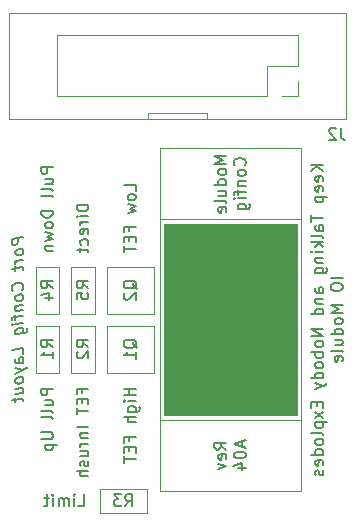
<source format=gbo>
%TF.GenerationSoftware,KiCad,Pcbnew,(5.1.9)-1*%
%TF.CreationDate,2021-08-13T19:59:19+01:00*%
%TF.ProjectId,PullUpDown,50756c6c-5570-4446-9f77-6e2e6b696361,rev?*%
%TF.SameCoordinates,Original*%
%TF.FileFunction,Legend,Bot*%
%TF.FilePolarity,Positive*%
%FSLAX46Y46*%
G04 Gerber Fmt 4.6, Leading zero omitted, Abs format (unit mm)*
G04 Created by KiCad (PCBNEW (5.1.9)-1) date 2021-08-13 19:59:19*
%MOMM*%
%LPD*%
G01*
G04 APERTURE LIST*
%ADD10C,0.150000*%
%ADD11C,0.120000*%
%ADD12C,0.100000*%
%ADD13C,3.200000*%
%ADD14R,1.700000X1.700000*%
%ADD15O,1.700000X1.700000*%
G04 APERTURE END LIST*
D10*
X47327380Y-33880952D02*
X46327380Y-33880952D01*
X47327380Y-34452380D02*
X46755952Y-34023809D01*
X46327380Y-34452380D02*
X46898809Y-33880952D01*
X47279761Y-35261904D02*
X47327380Y-35166666D01*
X47327380Y-34976190D01*
X47279761Y-34880952D01*
X47184523Y-34833333D01*
X46803571Y-34833333D01*
X46708333Y-34880952D01*
X46660714Y-34976190D01*
X46660714Y-35166666D01*
X46708333Y-35261904D01*
X46803571Y-35309523D01*
X46898809Y-35309523D01*
X46994047Y-34833333D01*
X47279761Y-36119047D02*
X47327380Y-36023809D01*
X47327380Y-35833333D01*
X47279761Y-35738095D01*
X47184523Y-35690476D01*
X46803571Y-35690476D01*
X46708333Y-35738095D01*
X46660714Y-35833333D01*
X46660714Y-36023809D01*
X46708333Y-36119047D01*
X46803571Y-36166666D01*
X46898809Y-36166666D01*
X46994047Y-35690476D01*
X46660714Y-36595238D02*
X47660714Y-36595238D01*
X46708333Y-36595238D02*
X46660714Y-36690476D01*
X46660714Y-36880952D01*
X46708333Y-36976190D01*
X46755952Y-37023809D01*
X46851190Y-37071428D01*
X47136904Y-37071428D01*
X47232142Y-37023809D01*
X47279761Y-36976190D01*
X47327380Y-36880952D01*
X47327380Y-36690476D01*
X47279761Y-36595238D01*
X46327380Y-38119047D02*
X46327380Y-38690476D01*
X47327380Y-38404761D02*
X46327380Y-38404761D01*
X47327380Y-39452380D02*
X46803571Y-39452380D01*
X46708333Y-39404761D01*
X46660714Y-39309523D01*
X46660714Y-39119047D01*
X46708333Y-39023809D01*
X47279761Y-39452380D02*
X47327380Y-39357142D01*
X47327380Y-39119047D01*
X47279761Y-39023809D01*
X47184523Y-38976190D01*
X47089285Y-38976190D01*
X46994047Y-39023809D01*
X46946428Y-39119047D01*
X46946428Y-39357142D01*
X46898809Y-39452380D01*
X47327380Y-40071428D02*
X47279761Y-39976190D01*
X47184523Y-39928571D01*
X46327380Y-39928571D01*
X47327380Y-40452380D02*
X46327380Y-40452380D01*
X46946428Y-40547619D02*
X47327380Y-40833333D01*
X46660714Y-40833333D02*
X47041666Y-40452380D01*
X47327380Y-41261904D02*
X46660714Y-41261904D01*
X46327380Y-41261904D02*
X46375000Y-41214285D01*
X46422619Y-41261904D01*
X46375000Y-41309523D01*
X46327380Y-41261904D01*
X46422619Y-41261904D01*
X46660714Y-41738095D02*
X47327380Y-41738095D01*
X46755952Y-41738095D02*
X46708333Y-41785714D01*
X46660714Y-41880952D01*
X46660714Y-42023809D01*
X46708333Y-42119047D01*
X46803571Y-42166666D01*
X47327380Y-42166666D01*
X46660714Y-43071428D02*
X47470238Y-43071428D01*
X47565476Y-43023809D01*
X47613095Y-42976190D01*
X47660714Y-42880952D01*
X47660714Y-42738095D01*
X47613095Y-42642857D01*
X47279761Y-43071428D02*
X47327380Y-42976190D01*
X47327380Y-42785714D01*
X47279761Y-42690476D01*
X47232142Y-42642857D01*
X47136904Y-42595238D01*
X46851190Y-42595238D01*
X46755952Y-42642857D01*
X46708333Y-42690476D01*
X46660714Y-42785714D01*
X46660714Y-42976190D01*
X46708333Y-43071428D01*
X47327380Y-44738095D02*
X46803571Y-44738095D01*
X46708333Y-44690476D01*
X46660714Y-44595238D01*
X46660714Y-44404761D01*
X46708333Y-44309523D01*
X47279761Y-44738095D02*
X47327380Y-44642857D01*
X47327380Y-44404761D01*
X47279761Y-44309523D01*
X47184523Y-44261904D01*
X47089285Y-44261904D01*
X46994047Y-44309523D01*
X46946428Y-44404761D01*
X46946428Y-44642857D01*
X46898809Y-44738095D01*
X46660714Y-45214285D02*
X47327380Y-45214285D01*
X46755952Y-45214285D02*
X46708333Y-45261904D01*
X46660714Y-45357142D01*
X46660714Y-45499999D01*
X46708333Y-45595238D01*
X46803571Y-45642857D01*
X47327380Y-45642857D01*
X47327380Y-46547619D02*
X46327380Y-46547619D01*
X47279761Y-46547619D02*
X47327380Y-46452380D01*
X47327380Y-46261904D01*
X47279761Y-46166666D01*
X47232142Y-46119047D01*
X47136904Y-46071428D01*
X46851190Y-46071428D01*
X46755952Y-46119047D01*
X46708333Y-46166666D01*
X46660714Y-46261904D01*
X46660714Y-46452380D01*
X46708333Y-46547619D01*
X47327380Y-47785714D02*
X46327380Y-47785714D01*
X47327380Y-48357142D01*
X46327380Y-48357142D01*
X47327380Y-48976190D02*
X47279761Y-48880952D01*
X47232142Y-48833333D01*
X47136904Y-48785714D01*
X46851190Y-48785714D01*
X46755952Y-48833333D01*
X46708333Y-48880952D01*
X46660714Y-48976190D01*
X46660714Y-49119047D01*
X46708333Y-49214285D01*
X46755952Y-49261904D01*
X46851190Y-49309523D01*
X47136904Y-49309523D01*
X47232142Y-49261904D01*
X47279761Y-49214285D01*
X47327380Y-49119047D01*
X47327380Y-48976190D01*
X47327380Y-49738095D02*
X46327380Y-49738095D01*
X46708333Y-49738095D02*
X46660714Y-49833333D01*
X46660714Y-50023809D01*
X46708333Y-50119047D01*
X46755952Y-50166666D01*
X46851190Y-50214285D01*
X47136904Y-50214285D01*
X47232142Y-50166666D01*
X47279761Y-50119047D01*
X47327380Y-50023809D01*
X47327380Y-49833333D01*
X47279761Y-49738095D01*
X47327380Y-50785714D02*
X47279761Y-50690476D01*
X47232142Y-50642857D01*
X47136904Y-50595238D01*
X46851190Y-50595238D01*
X46755952Y-50642857D01*
X46708333Y-50690476D01*
X46660714Y-50785714D01*
X46660714Y-50928571D01*
X46708333Y-51023809D01*
X46755952Y-51071428D01*
X46851190Y-51119047D01*
X47136904Y-51119047D01*
X47232142Y-51071428D01*
X47279761Y-51023809D01*
X47327380Y-50928571D01*
X47327380Y-50785714D01*
X47327380Y-51976190D02*
X46327380Y-51976190D01*
X47279761Y-51976190D02*
X47327380Y-51880952D01*
X47327380Y-51690476D01*
X47279761Y-51595238D01*
X47232142Y-51547619D01*
X47136904Y-51499999D01*
X46851190Y-51499999D01*
X46755952Y-51547619D01*
X46708333Y-51595238D01*
X46660714Y-51690476D01*
X46660714Y-51880952D01*
X46708333Y-51976190D01*
X46660714Y-52357142D02*
X47327380Y-52595238D01*
X46660714Y-52833333D02*
X47327380Y-52595238D01*
X47565476Y-52499999D01*
X47613095Y-52452380D01*
X47660714Y-52357142D01*
X46803571Y-53976190D02*
X46803571Y-54309523D01*
X47327380Y-54452380D02*
X47327380Y-53976190D01*
X46327380Y-53976190D01*
X46327380Y-54452380D01*
X47327380Y-54785714D02*
X46660714Y-55309523D01*
X46660714Y-54785714D02*
X47327380Y-55309523D01*
X46660714Y-55690476D02*
X47660714Y-55690476D01*
X46708333Y-55690476D02*
X46660714Y-55785714D01*
X46660714Y-55976190D01*
X46708333Y-56071428D01*
X46755952Y-56119047D01*
X46851190Y-56166666D01*
X47136904Y-56166666D01*
X47232142Y-56119047D01*
X47279761Y-56071428D01*
X47327380Y-55976190D01*
X47327380Y-55785714D01*
X47279761Y-55690476D01*
X47327380Y-56738095D02*
X47279761Y-56642857D01*
X47184523Y-56595238D01*
X46327380Y-56595238D01*
X47327380Y-57261904D02*
X47279761Y-57166666D01*
X47232142Y-57119047D01*
X47136904Y-57071428D01*
X46851190Y-57071428D01*
X46755952Y-57119047D01*
X46708333Y-57166666D01*
X46660714Y-57261904D01*
X46660714Y-57404761D01*
X46708333Y-57499999D01*
X46755952Y-57547619D01*
X46851190Y-57595238D01*
X47136904Y-57595238D01*
X47232142Y-57547619D01*
X47279761Y-57499999D01*
X47327380Y-57404761D01*
X47327380Y-57261904D01*
X47327380Y-58452380D02*
X46327380Y-58452380D01*
X47279761Y-58452380D02*
X47327380Y-58357142D01*
X47327380Y-58166666D01*
X47279761Y-58071428D01*
X47232142Y-58023809D01*
X47136904Y-57976190D01*
X46851190Y-57976190D01*
X46755952Y-58023809D01*
X46708333Y-58071428D01*
X46660714Y-58166666D01*
X46660714Y-58357142D01*
X46708333Y-58452380D01*
X47279761Y-59309523D02*
X47327380Y-59214285D01*
X47327380Y-59023809D01*
X47279761Y-58928571D01*
X47184523Y-58880952D01*
X46803571Y-58880952D01*
X46708333Y-58928571D01*
X46660714Y-59023809D01*
X46660714Y-59214285D01*
X46708333Y-59309523D01*
X46803571Y-59357142D01*
X46898809Y-59357142D01*
X46994047Y-58880952D01*
X47279761Y-59738095D02*
X47327380Y-59833333D01*
X47327380Y-60023809D01*
X47279761Y-60119047D01*
X47184523Y-60166666D01*
X47136904Y-60166666D01*
X47041666Y-60119047D01*
X46994047Y-60023809D01*
X46994047Y-59880952D01*
X46946428Y-59785714D01*
X46851190Y-59738095D01*
X46803571Y-59738095D01*
X46708333Y-59785714D01*
X46660714Y-59880952D01*
X46660714Y-60023809D01*
X46708333Y-60119047D01*
X48977380Y-43476190D02*
X47977380Y-43476190D01*
X47977380Y-44142857D02*
X47977380Y-44333333D01*
X48025000Y-44428571D01*
X48120238Y-44523809D01*
X48310714Y-44571428D01*
X48644047Y-44571428D01*
X48834523Y-44523809D01*
X48929761Y-44428571D01*
X48977380Y-44333333D01*
X48977380Y-44142857D01*
X48929761Y-44047619D01*
X48834523Y-43952380D01*
X48644047Y-43904761D01*
X48310714Y-43904761D01*
X48120238Y-43952380D01*
X48025000Y-44047619D01*
X47977380Y-44142857D01*
X48977380Y-45761904D02*
X47977380Y-45761904D01*
X48691666Y-46095238D01*
X47977380Y-46428571D01*
X48977380Y-46428571D01*
X48977380Y-47047619D02*
X48929761Y-46952380D01*
X48882142Y-46904761D01*
X48786904Y-46857142D01*
X48501190Y-46857142D01*
X48405952Y-46904761D01*
X48358333Y-46952380D01*
X48310714Y-47047619D01*
X48310714Y-47190476D01*
X48358333Y-47285714D01*
X48405952Y-47333333D01*
X48501190Y-47380952D01*
X48786904Y-47380952D01*
X48882142Y-47333333D01*
X48929761Y-47285714D01*
X48977380Y-47190476D01*
X48977380Y-47047619D01*
X48977380Y-48238095D02*
X47977380Y-48238095D01*
X48929761Y-48238095D02*
X48977380Y-48142857D01*
X48977380Y-47952380D01*
X48929761Y-47857142D01*
X48882142Y-47809523D01*
X48786904Y-47761904D01*
X48501190Y-47761904D01*
X48405952Y-47809523D01*
X48358333Y-47857142D01*
X48310714Y-47952380D01*
X48310714Y-48142857D01*
X48358333Y-48238095D01*
X48310714Y-49142857D02*
X48977380Y-49142857D01*
X48310714Y-48714285D02*
X48834523Y-48714285D01*
X48929761Y-48761904D01*
X48977380Y-48857142D01*
X48977380Y-49000000D01*
X48929761Y-49095238D01*
X48882142Y-49142857D01*
X48977380Y-49761904D02*
X48929761Y-49666666D01*
X48834523Y-49619047D01*
X47977380Y-49619047D01*
X48929761Y-50523809D02*
X48977380Y-50428571D01*
X48977380Y-50238095D01*
X48929761Y-50142857D01*
X48834523Y-50095238D01*
X48453571Y-50095238D01*
X48358333Y-50142857D01*
X48310714Y-50238095D01*
X48310714Y-50428571D01*
X48358333Y-50523809D01*
X48453571Y-50571428D01*
X48548809Y-50571428D01*
X48644047Y-50095238D01*
X30573666Y-62798380D02*
X30907000Y-62322190D01*
X31145095Y-62798380D02*
X31145095Y-61798380D01*
X30764142Y-61798380D01*
X30668904Y-61846000D01*
X30621285Y-61893619D01*
X30573666Y-61988857D01*
X30573666Y-62131714D01*
X30621285Y-62226952D01*
X30668904Y-62274571D01*
X30764142Y-62322190D01*
X31145095Y-62322190D01*
X30240333Y-61798380D02*
X29621285Y-61798380D01*
X29954619Y-62179333D01*
X29811761Y-62179333D01*
X29716523Y-62226952D01*
X29668904Y-62274571D01*
X29621285Y-62369809D01*
X29621285Y-62607904D01*
X29668904Y-62703142D01*
X29716523Y-62750761D01*
X29811761Y-62798380D01*
X30097476Y-62798380D01*
X30192714Y-62750761D01*
X30240333Y-62703142D01*
X26595214Y-62798380D02*
X27071404Y-62798380D01*
X27071404Y-61798380D01*
X26261880Y-62798380D02*
X26261880Y-62131714D01*
X26261880Y-61798380D02*
X26309500Y-61846000D01*
X26261880Y-61893619D01*
X26214261Y-61846000D01*
X26261880Y-61798380D01*
X26261880Y-61893619D01*
X25785690Y-62798380D02*
X25785690Y-62131714D01*
X25785690Y-62226952D02*
X25738071Y-62179333D01*
X25642833Y-62131714D01*
X25499976Y-62131714D01*
X25404738Y-62179333D01*
X25357119Y-62274571D01*
X25357119Y-62798380D01*
X25357119Y-62274571D02*
X25309500Y-62179333D01*
X25214261Y-62131714D01*
X25071404Y-62131714D01*
X24976166Y-62179333D01*
X24928547Y-62274571D01*
X24928547Y-62798380D01*
X24452357Y-62798380D02*
X24452357Y-62131714D01*
X24452357Y-61798380D02*
X24499976Y-61846000D01*
X24452357Y-61893619D01*
X24404738Y-61846000D01*
X24452357Y-61798380D01*
X24452357Y-61893619D01*
X24119023Y-62131714D02*
X23738071Y-62131714D01*
X23976166Y-61798380D02*
X23976166Y-62655523D01*
X23928547Y-62750761D01*
X23833309Y-62798380D01*
X23738071Y-62798380D01*
D11*
X32407000Y-63346000D02*
X28407000Y-63346000D01*
X32407000Y-61346000D02*
X32407000Y-63346000D01*
X28407000Y-61346000D02*
X32407000Y-61346000D01*
X28407000Y-63346000D02*
X28407000Y-61346000D01*
D10*
X21952380Y-40019062D02*
X20952380Y-40144062D01*
X20952380Y-40525014D01*
X21000000Y-40614300D01*
X21047619Y-40655967D01*
X21142857Y-40691681D01*
X21285714Y-40673824D01*
X21380952Y-40614300D01*
X21428571Y-40560729D01*
X21476190Y-40459538D01*
X21476190Y-40078586D01*
X21952380Y-41161919D02*
X21904761Y-41072633D01*
X21857142Y-41030967D01*
X21761904Y-40995252D01*
X21476190Y-41030967D01*
X21380952Y-41090491D01*
X21333333Y-41144062D01*
X21285714Y-41245252D01*
X21285714Y-41388110D01*
X21333333Y-41477395D01*
X21380952Y-41519062D01*
X21476190Y-41554776D01*
X21761904Y-41519062D01*
X21857142Y-41459538D01*
X21904761Y-41405967D01*
X21952380Y-41304776D01*
X21952380Y-41161919D01*
X21952380Y-41923824D02*
X21285714Y-42007157D01*
X21476190Y-41983348D02*
X21380952Y-42042872D01*
X21333333Y-42096443D01*
X21285714Y-42197633D01*
X21285714Y-42292872D01*
X21285714Y-42483348D02*
X21285714Y-42864300D01*
X20952380Y-42667872D02*
X21809523Y-42560729D01*
X21904761Y-42596443D01*
X21952380Y-42685729D01*
X21952380Y-42780967D01*
X21857142Y-44459538D02*
X21904761Y-44405967D01*
X21952380Y-44257157D01*
X21952380Y-44161919D01*
X21904761Y-44025014D01*
X21809523Y-43941681D01*
X21714285Y-43905967D01*
X21523809Y-43882157D01*
X21380952Y-43900014D01*
X21190476Y-43971443D01*
X21095238Y-44030967D01*
X21000000Y-44138110D01*
X20952380Y-44286919D01*
X20952380Y-44382157D01*
X21000000Y-44519062D01*
X21047619Y-44560729D01*
X21952380Y-45019062D02*
X21904761Y-44929776D01*
X21857142Y-44888110D01*
X21761904Y-44852395D01*
X21476190Y-44888110D01*
X21380952Y-44947633D01*
X21333333Y-45001205D01*
X21285714Y-45102395D01*
X21285714Y-45245252D01*
X21333333Y-45334538D01*
X21380952Y-45376205D01*
X21476190Y-45411919D01*
X21761904Y-45376205D01*
X21857142Y-45316681D01*
X21904761Y-45263110D01*
X21952380Y-45161919D01*
X21952380Y-45019062D01*
X21285714Y-45864300D02*
X21952380Y-45780967D01*
X21380952Y-45852395D02*
X21333333Y-45905967D01*
X21285714Y-46007157D01*
X21285714Y-46150014D01*
X21333333Y-46239300D01*
X21428571Y-46275014D01*
X21952380Y-46209538D01*
X21285714Y-46626205D02*
X21285714Y-47007157D01*
X21952380Y-46685729D02*
X21095238Y-46792872D01*
X21000000Y-46852395D01*
X20952380Y-46953586D01*
X20952380Y-47048824D01*
X21952380Y-47257157D02*
X21285714Y-47340491D01*
X20952380Y-47382157D02*
X21000000Y-47328586D01*
X21047619Y-47370252D01*
X21000000Y-47423824D01*
X20952380Y-47382157D01*
X21047619Y-47370252D01*
X21285714Y-48245252D02*
X22095238Y-48144062D01*
X22190476Y-48084538D01*
X22238095Y-48030967D01*
X22285714Y-47929776D01*
X22285714Y-47786919D01*
X22238095Y-47697633D01*
X21904761Y-48167872D02*
X21952380Y-48066681D01*
X21952380Y-47876205D01*
X21904761Y-47786919D01*
X21857142Y-47745252D01*
X21761904Y-47709538D01*
X21476190Y-47745252D01*
X21380952Y-47804776D01*
X21333333Y-47858348D01*
X21285714Y-47959538D01*
X21285714Y-48150014D01*
X21333333Y-48239300D01*
X21952380Y-49876205D02*
X21952380Y-49400014D01*
X20952380Y-49525014D01*
X21952380Y-50638110D02*
X21428571Y-50703586D01*
X21333333Y-50667872D01*
X21285714Y-50578586D01*
X21285714Y-50388110D01*
X21333333Y-50286919D01*
X21904761Y-50644062D02*
X21952380Y-50542872D01*
X21952380Y-50304776D01*
X21904761Y-50215491D01*
X21809523Y-50179776D01*
X21714285Y-50191681D01*
X21619047Y-50251205D01*
X21571428Y-50352395D01*
X21571428Y-50590491D01*
X21523809Y-50691681D01*
X21285714Y-51102395D02*
X21952380Y-51257157D01*
X21285714Y-51578586D02*
X21952380Y-51257157D01*
X22190476Y-51132157D01*
X22238095Y-51078586D01*
X22285714Y-50977395D01*
X21952380Y-52019062D02*
X21904761Y-51929776D01*
X21857142Y-51888110D01*
X21761904Y-51852395D01*
X21476190Y-51888110D01*
X21380952Y-51947633D01*
X21333333Y-52001205D01*
X21285714Y-52102395D01*
X21285714Y-52245252D01*
X21333333Y-52334538D01*
X21380952Y-52376205D01*
X21476190Y-52411919D01*
X21761904Y-52376205D01*
X21857142Y-52316681D01*
X21904761Y-52263110D01*
X21952380Y-52161919D01*
X21952380Y-52019062D01*
X21285714Y-53292872D02*
X21952380Y-53209538D01*
X21285714Y-52864300D02*
X21809523Y-52798824D01*
X21904761Y-52834538D01*
X21952380Y-52923824D01*
X21952380Y-53066681D01*
X21904761Y-53167872D01*
X21857142Y-53221443D01*
X21285714Y-53626205D02*
X21285714Y-54007157D01*
X20952380Y-53810729D02*
X21809523Y-53703586D01*
X21904761Y-53739300D01*
X21952380Y-53828586D01*
X21952380Y-53923824D01*
X31452380Y-36069166D02*
X31452380Y-35592976D01*
X30452380Y-35592976D01*
X31452380Y-36545357D02*
X31404761Y-36450119D01*
X31357142Y-36402500D01*
X31261904Y-36354880D01*
X30976190Y-36354880D01*
X30880952Y-36402500D01*
X30833333Y-36450119D01*
X30785714Y-36545357D01*
X30785714Y-36688214D01*
X30833333Y-36783452D01*
X30880952Y-36831071D01*
X30976190Y-36878690D01*
X31261904Y-36878690D01*
X31357142Y-36831071D01*
X31404761Y-36783452D01*
X31452380Y-36688214D01*
X31452380Y-36545357D01*
X30785714Y-37212023D02*
X31452380Y-37402500D01*
X30976190Y-37592976D01*
X31452380Y-37783452D01*
X30785714Y-37973928D01*
X30928571Y-39450119D02*
X30928571Y-39116785D01*
X31452380Y-39116785D02*
X30452380Y-39116785D01*
X30452380Y-39592976D01*
X30928571Y-39973928D02*
X30928571Y-40307261D01*
X31452380Y-40450119D02*
X31452380Y-39973928D01*
X30452380Y-39973928D01*
X30452380Y-40450119D01*
X30452380Y-40735833D02*
X30452380Y-41307261D01*
X31452380Y-41021547D02*
X30452380Y-41021547D01*
X31452380Y-52835595D02*
X30452380Y-52835595D01*
X30928571Y-52835595D02*
X30928571Y-53407023D01*
X31452380Y-53407023D02*
X30452380Y-53407023D01*
X31452380Y-53883214D02*
X30785714Y-53883214D01*
X30452380Y-53883214D02*
X30500000Y-53835595D01*
X30547619Y-53883214D01*
X30500000Y-53930833D01*
X30452380Y-53883214D01*
X30547619Y-53883214D01*
X30785714Y-54787976D02*
X31595238Y-54787976D01*
X31690476Y-54740357D01*
X31738095Y-54692738D01*
X31785714Y-54597500D01*
X31785714Y-54454642D01*
X31738095Y-54359404D01*
X31404761Y-54787976D02*
X31452380Y-54692738D01*
X31452380Y-54502261D01*
X31404761Y-54407023D01*
X31357142Y-54359404D01*
X31261904Y-54311785D01*
X30976190Y-54311785D01*
X30880952Y-54359404D01*
X30833333Y-54407023D01*
X30785714Y-54502261D01*
X30785714Y-54692738D01*
X30833333Y-54787976D01*
X31452380Y-55264166D02*
X30452380Y-55264166D01*
X31452380Y-55692738D02*
X30928571Y-55692738D01*
X30833333Y-55645119D01*
X30785714Y-55549880D01*
X30785714Y-55407023D01*
X30833333Y-55311785D01*
X30880952Y-55264166D01*
X30928571Y-57264166D02*
X30928571Y-56930833D01*
X31452380Y-56930833D02*
X30452380Y-56930833D01*
X30452380Y-57407023D01*
X30928571Y-57787976D02*
X30928571Y-58121309D01*
X31452380Y-58264166D02*
X31452380Y-57787976D01*
X30452380Y-57787976D01*
X30452380Y-58264166D01*
X30452380Y-58549880D02*
X30452380Y-59121309D01*
X31452380Y-58835595D02*
X30452380Y-58835595D01*
X27452380Y-37259642D02*
X26452380Y-37259642D01*
X26452380Y-37497738D01*
X26500000Y-37640595D01*
X26595238Y-37735833D01*
X26690476Y-37783452D01*
X26880952Y-37831071D01*
X27023809Y-37831071D01*
X27214285Y-37783452D01*
X27309523Y-37735833D01*
X27404761Y-37640595D01*
X27452380Y-37497738D01*
X27452380Y-37259642D01*
X27452380Y-38259642D02*
X26785714Y-38259642D01*
X26452380Y-38259642D02*
X26500000Y-38212023D01*
X26547619Y-38259642D01*
X26500000Y-38307261D01*
X26452380Y-38259642D01*
X26547619Y-38259642D01*
X27452380Y-38735833D02*
X26785714Y-38735833D01*
X26976190Y-38735833D02*
X26880952Y-38783452D01*
X26833333Y-38831071D01*
X26785714Y-38926309D01*
X26785714Y-39021547D01*
X27404761Y-39735833D02*
X27452380Y-39640595D01*
X27452380Y-39450119D01*
X27404761Y-39354880D01*
X27309523Y-39307261D01*
X26928571Y-39307261D01*
X26833333Y-39354880D01*
X26785714Y-39450119D01*
X26785714Y-39640595D01*
X26833333Y-39735833D01*
X26928571Y-39783452D01*
X27023809Y-39783452D01*
X27119047Y-39307261D01*
X27404761Y-40640595D02*
X27452380Y-40545357D01*
X27452380Y-40354880D01*
X27404761Y-40259642D01*
X27357142Y-40212023D01*
X27261904Y-40164404D01*
X26976190Y-40164404D01*
X26880952Y-40212023D01*
X26833333Y-40259642D01*
X26785714Y-40354880D01*
X26785714Y-40545357D01*
X26833333Y-40640595D01*
X26785714Y-40926309D02*
X26785714Y-41307261D01*
X26452380Y-41069166D02*
X27309523Y-41069166D01*
X27404761Y-41116785D01*
X27452380Y-41212023D01*
X27452380Y-41307261D01*
X26928571Y-53168928D02*
X26928571Y-52835595D01*
X27452380Y-52835595D02*
X26452380Y-52835595D01*
X26452380Y-53311785D01*
X26928571Y-53692738D02*
X26928571Y-54026071D01*
X27452380Y-54168928D02*
X27452380Y-53692738D01*
X26452380Y-53692738D01*
X26452380Y-54168928D01*
X26452380Y-54454642D02*
X26452380Y-55026071D01*
X27452380Y-54740357D02*
X26452380Y-54740357D01*
X27452380Y-56121309D02*
X26452380Y-56121309D01*
X26785714Y-56597500D02*
X27452380Y-56597500D01*
X26880952Y-56597500D02*
X26833333Y-56645119D01*
X26785714Y-56740357D01*
X26785714Y-56883214D01*
X26833333Y-56978452D01*
X26928571Y-57026071D01*
X27452380Y-57026071D01*
X27452380Y-57502261D02*
X26785714Y-57502261D01*
X26976190Y-57502261D02*
X26880952Y-57549880D01*
X26833333Y-57597500D01*
X26785714Y-57692738D01*
X26785714Y-57787976D01*
X26785714Y-58549880D02*
X27452380Y-58549880D01*
X26785714Y-58121309D02*
X27309523Y-58121309D01*
X27404761Y-58168928D01*
X27452380Y-58264166D01*
X27452380Y-58407023D01*
X27404761Y-58502261D01*
X27357142Y-58549880D01*
X27404761Y-58978452D02*
X27452380Y-59073690D01*
X27452380Y-59264166D01*
X27404761Y-59359404D01*
X27309523Y-59407023D01*
X27261904Y-59407023D01*
X27166666Y-59359404D01*
X27119047Y-59264166D01*
X27119047Y-59121309D01*
X27071428Y-59026071D01*
X26976190Y-58978452D01*
X26928571Y-58978452D01*
X26833333Y-59026071D01*
X26785714Y-59121309D01*
X26785714Y-59264166D01*
X26833333Y-59359404D01*
X27452380Y-59835595D02*
X26452380Y-59835595D01*
X27452380Y-60264166D02*
X26928571Y-60264166D01*
X26833333Y-60216547D01*
X26785714Y-60121309D01*
X26785714Y-59978452D01*
X26833333Y-59883214D01*
X26880952Y-59835595D01*
X24452380Y-34069166D02*
X23452380Y-34069166D01*
X23452380Y-34450119D01*
X23500000Y-34545357D01*
X23547619Y-34592976D01*
X23642857Y-34640595D01*
X23785714Y-34640595D01*
X23880952Y-34592976D01*
X23928571Y-34545357D01*
X23976190Y-34450119D01*
X23976190Y-34069166D01*
X23785714Y-35497738D02*
X24452380Y-35497738D01*
X23785714Y-35069166D02*
X24309523Y-35069166D01*
X24404761Y-35116785D01*
X24452380Y-35212023D01*
X24452380Y-35354880D01*
X24404761Y-35450119D01*
X24357142Y-35497738D01*
X24452380Y-36116785D02*
X24404761Y-36021547D01*
X24309523Y-35973928D01*
X23452380Y-35973928D01*
X24452380Y-36640595D02*
X24404761Y-36545357D01*
X24309523Y-36497738D01*
X23452380Y-36497738D01*
X24452380Y-37783452D02*
X23452380Y-37783452D01*
X23452380Y-38021547D01*
X23500000Y-38164404D01*
X23595238Y-38259642D01*
X23690476Y-38307261D01*
X23880952Y-38354880D01*
X24023809Y-38354880D01*
X24214285Y-38307261D01*
X24309523Y-38259642D01*
X24404761Y-38164404D01*
X24452380Y-38021547D01*
X24452380Y-37783452D01*
X24452380Y-38926309D02*
X24404761Y-38831071D01*
X24357142Y-38783452D01*
X24261904Y-38735833D01*
X23976190Y-38735833D01*
X23880952Y-38783452D01*
X23833333Y-38831071D01*
X23785714Y-38926309D01*
X23785714Y-39069166D01*
X23833333Y-39164404D01*
X23880952Y-39212023D01*
X23976190Y-39259642D01*
X24261904Y-39259642D01*
X24357142Y-39212023D01*
X24404761Y-39164404D01*
X24452380Y-39069166D01*
X24452380Y-38926309D01*
X23785714Y-39592976D02*
X24452380Y-39783452D01*
X23976190Y-39973928D01*
X24452380Y-40164404D01*
X23785714Y-40354880D01*
X23785714Y-40735833D02*
X24452380Y-40735833D01*
X23880952Y-40735833D02*
X23833333Y-40783452D01*
X23785714Y-40878690D01*
X23785714Y-41021547D01*
X23833333Y-41116785D01*
X23928571Y-41164404D01*
X24452380Y-41164404D01*
X24452380Y-52835595D02*
X23452380Y-52835595D01*
X23452380Y-53216547D01*
X23500000Y-53311785D01*
X23547619Y-53359404D01*
X23642857Y-53407023D01*
X23785714Y-53407023D01*
X23880952Y-53359404D01*
X23928571Y-53311785D01*
X23976190Y-53216547D01*
X23976190Y-52835595D01*
X23785714Y-54264166D02*
X24452380Y-54264166D01*
X23785714Y-53835595D02*
X24309523Y-53835595D01*
X24404761Y-53883214D01*
X24452380Y-53978452D01*
X24452380Y-54121309D01*
X24404761Y-54216547D01*
X24357142Y-54264166D01*
X24452380Y-54883214D02*
X24404761Y-54787976D01*
X24309523Y-54740357D01*
X23452380Y-54740357D01*
X24452380Y-55407023D02*
X24404761Y-55311785D01*
X24309523Y-55264166D01*
X23452380Y-55264166D01*
X23452380Y-56549880D02*
X24261904Y-56549880D01*
X24357142Y-56597500D01*
X24404761Y-56645119D01*
X24452380Y-56740357D01*
X24452380Y-56930833D01*
X24404761Y-57026071D01*
X24357142Y-57073690D01*
X24261904Y-57121309D01*
X23452380Y-57121309D01*
X23785714Y-57597500D02*
X24785714Y-57597500D01*
X23833333Y-57597500D02*
X23785714Y-57692738D01*
X23785714Y-57883214D01*
X23833333Y-57978452D01*
X23880952Y-58026071D01*
X23976190Y-58073690D01*
X24261904Y-58073690D01*
X24357142Y-58026071D01*
X24404761Y-57978452D01*
X24452380Y-57883214D01*
X24452380Y-57692738D01*
X24404761Y-57597500D01*
X31547619Y-49404761D02*
X31500000Y-49309523D01*
X31404761Y-49214285D01*
X31261904Y-49071428D01*
X31214285Y-48976190D01*
X31214285Y-48880952D01*
X31452380Y-48928571D02*
X31404761Y-48833333D01*
X31309523Y-48738095D01*
X31119047Y-48690476D01*
X30785714Y-48690476D01*
X30595238Y-48738095D01*
X30500000Y-48833333D01*
X30452380Y-48928571D01*
X30452380Y-49119047D01*
X30500000Y-49214285D01*
X30595238Y-49309523D01*
X30785714Y-49357142D01*
X31119047Y-49357142D01*
X31309523Y-49309523D01*
X31404761Y-49214285D01*
X31452380Y-49119047D01*
X31452380Y-48928571D01*
X31452380Y-50309523D02*
X31452380Y-49738095D01*
X31452380Y-50023809D02*
X30452380Y-50023809D01*
X30595238Y-49928571D01*
X30690476Y-49833333D01*
X30738095Y-49738095D01*
X31547619Y-44404761D02*
X31500000Y-44309523D01*
X31404761Y-44214285D01*
X31261904Y-44071428D01*
X31214285Y-43976190D01*
X31214285Y-43880952D01*
X31452380Y-43928571D02*
X31404761Y-43833333D01*
X31309523Y-43738095D01*
X31119047Y-43690476D01*
X30785714Y-43690476D01*
X30595238Y-43738095D01*
X30500000Y-43833333D01*
X30452380Y-43928571D01*
X30452380Y-44119047D01*
X30500000Y-44214285D01*
X30595238Y-44309523D01*
X30785714Y-44357142D01*
X31119047Y-44357142D01*
X31309523Y-44309523D01*
X31404761Y-44214285D01*
X31452380Y-44119047D01*
X31452380Y-43928571D01*
X30547619Y-44738095D02*
X30500000Y-44785714D01*
X30452380Y-44880952D01*
X30452380Y-45119047D01*
X30500000Y-45214285D01*
X30547619Y-45261904D01*
X30642857Y-45309523D01*
X30738095Y-45309523D01*
X30880952Y-45261904D01*
X31452380Y-44690476D01*
X31452380Y-45309523D01*
X27452380Y-44333333D02*
X26976190Y-44000000D01*
X27452380Y-43761904D02*
X26452380Y-43761904D01*
X26452380Y-44142857D01*
X26500000Y-44238095D01*
X26547619Y-44285714D01*
X26642857Y-44333333D01*
X26785714Y-44333333D01*
X26880952Y-44285714D01*
X26928571Y-44238095D01*
X26976190Y-44142857D01*
X26976190Y-43761904D01*
X26452380Y-45238095D02*
X26452380Y-44761904D01*
X26928571Y-44714285D01*
X26880952Y-44761904D01*
X26833333Y-44857142D01*
X26833333Y-45095238D01*
X26880952Y-45190476D01*
X26928571Y-45238095D01*
X27023809Y-45285714D01*
X27261904Y-45285714D01*
X27357142Y-45238095D01*
X27404761Y-45190476D01*
X27452380Y-45095238D01*
X27452380Y-44857142D01*
X27404761Y-44761904D01*
X27357142Y-44714285D01*
X27452380Y-49333333D02*
X26976190Y-49000000D01*
X27452380Y-48761904D02*
X26452380Y-48761904D01*
X26452380Y-49142857D01*
X26500000Y-49238095D01*
X26547619Y-49285714D01*
X26642857Y-49333333D01*
X26785714Y-49333333D01*
X26880952Y-49285714D01*
X26928571Y-49238095D01*
X26976190Y-49142857D01*
X26976190Y-48761904D01*
X26547619Y-49714285D02*
X26500000Y-49761904D01*
X26452380Y-49857142D01*
X26452380Y-50095238D01*
X26500000Y-50190476D01*
X26547619Y-50238095D01*
X26642857Y-50285714D01*
X26738095Y-50285714D01*
X26880952Y-50238095D01*
X27452380Y-49666666D01*
X27452380Y-50285714D01*
X24452380Y-49333333D02*
X23976190Y-49000000D01*
X24452380Y-48761904D02*
X23452380Y-48761904D01*
X23452380Y-49142857D01*
X23500000Y-49238095D01*
X23547619Y-49285714D01*
X23642857Y-49333333D01*
X23785714Y-49333333D01*
X23880952Y-49285714D01*
X23928571Y-49238095D01*
X23976190Y-49142857D01*
X23976190Y-48761904D01*
X24452380Y-50285714D02*
X24452380Y-49714285D01*
X24452380Y-50000000D02*
X23452380Y-50000000D01*
X23595238Y-49904761D01*
X23690476Y-49809523D01*
X23738095Y-49714285D01*
X24452380Y-44333333D02*
X23976190Y-44000000D01*
X24452380Y-43761904D02*
X23452380Y-43761904D01*
X23452380Y-44142857D01*
X23500000Y-44238095D01*
X23547619Y-44285714D01*
X23642857Y-44333333D01*
X23785714Y-44333333D01*
X23880952Y-44285714D01*
X23928571Y-44238095D01*
X23976190Y-44142857D01*
X23976190Y-43761904D01*
X23785714Y-45190476D02*
X24452380Y-45190476D01*
X23404761Y-44952380D02*
X24119047Y-44714285D01*
X24119047Y-45333333D01*
D11*
X33000000Y-42500000D02*
X33000000Y-46500000D01*
X33000000Y-46500000D02*
X29000000Y-46500000D01*
X29000000Y-42500000D02*
X33000000Y-42500000D01*
X29000000Y-46500000D02*
X29000000Y-42500000D01*
X33000000Y-47500000D02*
X33000000Y-51500000D01*
X33000000Y-51500000D02*
X29000000Y-51500000D01*
X29000000Y-47500000D02*
X33000000Y-47500000D01*
X29000000Y-51500000D02*
X29000000Y-47500000D01*
X28000000Y-42500000D02*
X28000000Y-46500000D01*
X28000000Y-46500000D02*
X26000000Y-46500000D01*
X26000000Y-42500000D02*
X28000000Y-42500000D01*
X26000000Y-46500000D02*
X26000000Y-42500000D01*
X28000000Y-47500000D02*
X28000000Y-51500000D01*
X28000000Y-51500000D02*
X26000000Y-51500000D01*
X26000000Y-47500000D02*
X28000000Y-47500000D01*
X26000000Y-51500000D02*
X26000000Y-47500000D01*
X25000000Y-42500000D02*
X25000000Y-46500000D01*
X25000000Y-46500000D02*
X23000000Y-46500000D01*
X23000000Y-42500000D02*
X25000000Y-42500000D01*
X23000000Y-46500000D02*
X23000000Y-42500000D01*
X25000000Y-51500000D02*
X23000000Y-51500000D01*
X25000000Y-47500000D02*
X25000000Y-51500000D01*
X23000000Y-47500000D02*
X25000000Y-47500000D01*
X23000000Y-51500000D02*
X23000000Y-47500000D01*
X45500000Y-32500000D02*
X45500000Y-61500000D01*
X45500000Y-61500000D02*
X33500000Y-61500000D01*
X33500000Y-61500000D02*
X33500000Y-32500000D01*
D12*
G36*
X45100000Y-55100000D02*
G01*
X33900000Y-55100000D01*
X33900000Y-38900000D01*
X45100000Y-38900000D01*
X45100000Y-55100000D01*
G37*
X45100000Y-55100000D02*
X33900000Y-55100000D01*
X33900000Y-38900000D01*
X45100000Y-38900000D01*
X45100000Y-55100000D01*
D11*
X33500000Y-32500000D02*
X45500000Y-32500000D01*
X33500000Y-38500000D02*
X45500000Y-38500000D01*
D10*
X39127380Y-58000000D02*
X38651190Y-57666666D01*
X39127380Y-57428571D02*
X38127380Y-57428571D01*
X38127380Y-57809523D01*
X38175000Y-57904761D01*
X38222619Y-57952380D01*
X38317857Y-58000000D01*
X38460714Y-58000000D01*
X38555952Y-57952380D01*
X38603571Y-57904761D01*
X38651190Y-57809523D01*
X38651190Y-57428571D01*
X39079761Y-58809523D02*
X39127380Y-58714285D01*
X39127380Y-58523809D01*
X39079761Y-58428571D01*
X38984523Y-58380952D01*
X38603571Y-58380952D01*
X38508333Y-58428571D01*
X38460714Y-58523809D01*
X38460714Y-58714285D01*
X38508333Y-58809523D01*
X38603571Y-58857142D01*
X38698809Y-58857142D01*
X38794047Y-58380952D01*
X38460714Y-59190476D02*
X39127380Y-59428571D01*
X38460714Y-59666666D01*
X40491666Y-57309523D02*
X40491666Y-57785714D01*
X40777380Y-57214285D02*
X39777380Y-57547619D01*
X40777380Y-57880952D01*
X39777380Y-58404761D02*
X39777380Y-58500000D01*
X39825000Y-58595238D01*
X39872619Y-58642857D01*
X39967857Y-58690476D01*
X40158333Y-58738095D01*
X40396428Y-58738095D01*
X40586904Y-58690476D01*
X40682142Y-58642857D01*
X40729761Y-58595238D01*
X40777380Y-58500000D01*
X40777380Y-58404761D01*
X40729761Y-58309523D01*
X40682142Y-58261904D01*
X40586904Y-58214285D01*
X40396428Y-58166666D01*
X40158333Y-58166666D01*
X39967857Y-58214285D01*
X39872619Y-58261904D01*
X39825000Y-58309523D01*
X39777380Y-58404761D01*
X40110714Y-59595238D02*
X40777380Y-59595238D01*
X39729761Y-59357142D02*
X40444047Y-59119047D01*
X40444047Y-59738095D01*
X39127380Y-33119047D02*
X38127380Y-33119047D01*
X38841666Y-33452380D01*
X38127380Y-33785714D01*
X39127380Y-33785714D01*
X39127380Y-34404761D02*
X39079761Y-34309523D01*
X39032142Y-34261904D01*
X38936904Y-34214285D01*
X38651190Y-34214285D01*
X38555952Y-34261904D01*
X38508333Y-34309523D01*
X38460714Y-34404761D01*
X38460714Y-34547619D01*
X38508333Y-34642857D01*
X38555952Y-34690476D01*
X38651190Y-34738095D01*
X38936904Y-34738095D01*
X39032142Y-34690476D01*
X39079761Y-34642857D01*
X39127380Y-34547619D01*
X39127380Y-34404761D01*
X39127380Y-35595238D02*
X38127380Y-35595238D01*
X39079761Y-35595238D02*
X39127380Y-35500000D01*
X39127380Y-35309523D01*
X39079761Y-35214285D01*
X39032142Y-35166666D01*
X38936904Y-35119047D01*
X38651190Y-35119047D01*
X38555952Y-35166666D01*
X38508333Y-35214285D01*
X38460714Y-35309523D01*
X38460714Y-35500000D01*
X38508333Y-35595238D01*
X38460714Y-36500000D02*
X39127380Y-36500000D01*
X38460714Y-36071428D02*
X38984523Y-36071428D01*
X39079761Y-36119047D01*
X39127380Y-36214285D01*
X39127380Y-36357142D01*
X39079761Y-36452380D01*
X39032142Y-36500000D01*
X39127380Y-37119047D02*
X39079761Y-37023809D01*
X38984523Y-36976190D01*
X38127380Y-36976190D01*
X39079761Y-37880952D02*
X39127380Y-37785714D01*
X39127380Y-37595238D01*
X39079761Y-37500000D01*
X38984523Y-37452380D01*
X38603571Y-37452380D01*
X38508333Y-37500000D01*
X38460714Y-37595238D01*
X38460714Y-37785714D01*
X38508333Y-37880952D01*
X38603571Y-37928571D01*
X38698809Y-37928571D01*
X38794047Y-37452380D01*
X40682142Y-33928571D02*
X40729761Y-33880952D01*
X40777380Y-33738095D01*
X40777380Y-33642857D01*
X40729761Y-33500000D01*
X40634523Y-33404761D01*
X40539285Y-33357142D01*
X40348809Y-33309523D01*
X40205952Y-33309523D01*
X40015476Y-33357142D01*
X39920238Y-33404761D01*
X39825000Y-33500000D01*
X39777380Y-33642857D01*
X39777380Y-33738095D01*
X39825000Y-33880952D01*
X39872619Y-33928571D01*
X40777380Y-34500000D02*
X40729761Y-34404761D01*
X40682142Y-34357142D01*
X40586904Y-34309523D01*
X40301190Y-34309523D01*
X40205952Y-34357142D01*
X40158333Y-34404761D01*
X40110714Y-34500000D01*
X40110714Y-34642857D01*
X40158333Y-34738095D01*
X40205952Y-34785714D01*
X40301190Y-34833333D01*
X40586904Y-34833333D01*
X40682142Y-34785714D01*
X40729761Y-34738095D01*
X40777380Y-34642857D01*
X40777380Y-34500000D01*
X40110714Y-35261904D02*
X40777380Y-35261904D01*
X40205952Y-35261904D02*
X40158333Y-35309523D01*
X40110714Y-35404761D01*
X40110714Y-35547619D01*
X40158333Y-35642857D01*
X40253571Y-35690476D01*
X40777380Y-35690476D01*
X40110714Y-36023809D02*
X40110714Y-36404761D01*
X40777380Y-36166666D02*
X39920238Y-36166666D01*
X39825000Y-36214285D01*
X39777380Y-36309523D01*
X39777380Y-36404761D01*
X40777380Y-36738095D02*
X40110714Y-36738095D01*
X39777380Y-36738095D02*
X39825000Y-36690476D01*
X39872619Y-36738095D01*
X39825000Y-36785714D01*
X39777380Y-36738095D01*
X39872619Y-36738095D01*
X40110714Y-37642857D02*
X40920238Y-37642857D01*
X41015476Y-37595238D01*
X41063095Y-37547619D01*
X41110714Y-37452380D01*
X41110714Y-37309523D01*
X41063095Y-37214285D01*
X40729761Y-37642857D02*
X40777380Y-37547619D01*
X40777380Y-37357142D01*
X40729761Y-37261904D01*
X40682142Y-37214285D01*
X40586904Y-37166666D01*
X40301190Y-37166666D01*
X40205952Y-37214285D01*
X40158333Y-37261904D01*
X40110714Y-37357142D01*
X40110714Y-37547619D01*
X40158333Y-37642857D01*
D11*
X33500000Y-55500000D02*
X45500000Y-55500000D01*
%TO.C,J2*%
X32500000Y-29500000D02*
X32500000Y-30000000D01*
X37500000Y-29500000D02*
X32500000Y-29500000D01*
X37500000Y-30000000D02*
X37500000Y-29500000D01*
X20750000Y-30000000D02*
X35000000Y-30000000D01*
X20750000Y-21000000D02*
X20750000Y-30000000D01*
X49250000Y-21000000D02*
X20750000Y-21000000D01*
X49250000Y-30000000D02*
X49250000Y-21000000D01*
X35000000Y-30000000D02*
X49250000Y-30000000D01*
X45220000Y-28100000D02*
X45220000Y-26770000D01*
X43890000Y-28100000D02*
X45220000Y-28100000D01*
X45220000Y-25500000D02*
X45220000Y-22900000D01*
X42620000Y-25500000D02*
X45220000Y-25500000D01*
X42620000Y-28100000D02*
X42620000Y-25500000D01*
X45220000Y-22900000D02*
X24780000Y-22900000D01*
X42620000Y-28100000D02*
X24780000Y-28100000D01*
X24780000Y-28100000D02*
X24780000Y-22900000D01*
D10*
X48833333Y-30752380D02*
X48833333Y-31466666D01*
X48880952Y-31609523D01*
X48976190Y-31704761D01*
X49119047Y-31752380D01*
X49214285Y-31752380D01*
X48404761Y-30847619D02*
X48357142Y-30800000D01*
X48261904Y-30752380D01*
X48023809Y-30752380D01*
X47928571Y-30800000D01*
X47880952Y-30847619D01*
X47833333Y-30942857D01*
X47833333Y-31038095D01*
X47880952Y-31180952D01*
X48452380Y-31752380D01*
X47833333Y-31752380D01*
%TD*%
%LPC*%
D13*
%TO.C,REF\u002A\u002A*%
X35000000Y-75500000D03*
%TD*%
D14*
%TO.C,J1*%
X26110000Y-67770000D03*
D15*
X26110000Y-65230000D03*
X28650000Y-67770000D03*
X28650000Y-65230000D03*
X31190000Y-67770000D03*
X31190000Y-65230000D03*
X33730000Y-67770000D03*
X33730000Y-65230000D03*
X36270000Y-67770000D03*
X36270000Y-65230000D03*
X38810000Y-67770000D03*
X38810000Y-65230000D03*
X41350000Y-67770000D03*
X41350000Y-65230000D03*
X43890000Y-67770000D03*
X43890000Y-65230000D03*
%TD*%
D14*
%TO.C,J2*%
X43890000Y-26770000D03*
D15*
X43890000Y-24230000D03*
X41350000Y-26770000D03*
X41350000Y-24230000D03*
X38810000Y-26770000D03*
X38810000Y-24230000D03*
X36270000Y-26770000D03*
X36270000Y-24230000D03*
X33730000Y-26770000D03*
X33730000Y-24230000D03*
X31190000Y-26770000D03*
X31190000Y-24230000D03*
X28650000Y-26770000D03*
X28650000Y-24230000D03*
X26110000Y-26770000D03*
X26110000Y-24230000D03*
%TD*%
M02*

</source>
